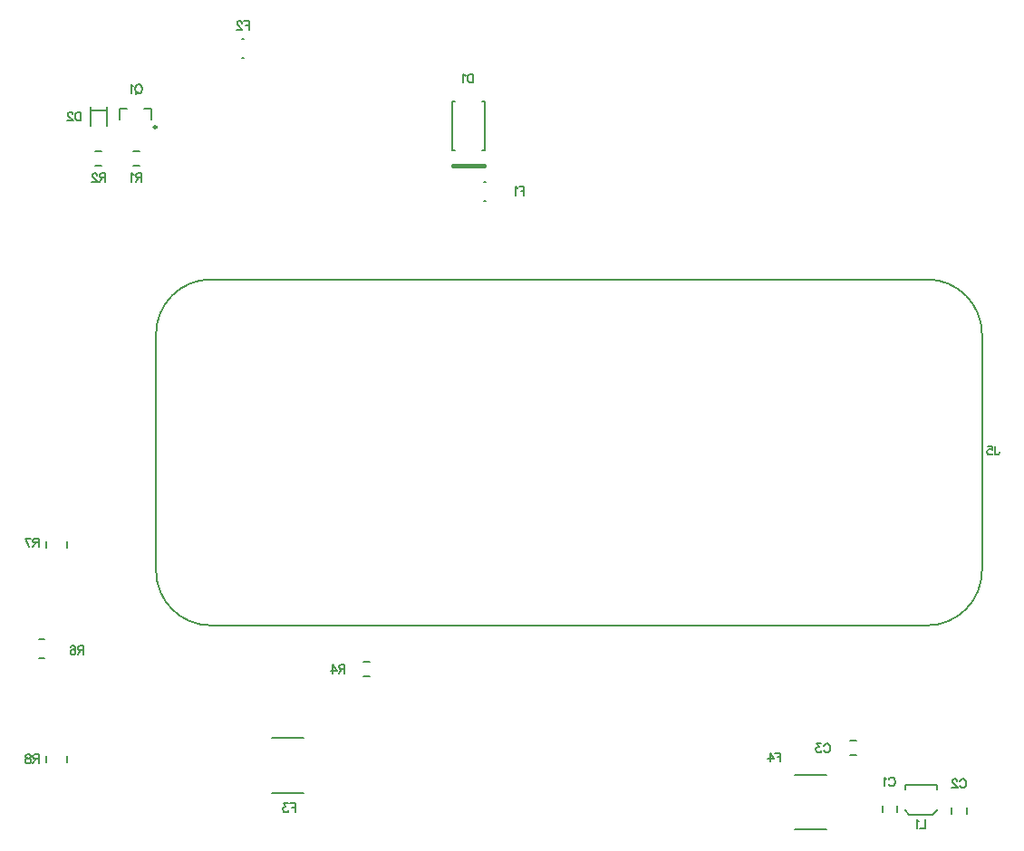
<source format=gbo>
G04*
G04 #@! TF.GenerationSoftware,Altium Limited,Altium Designer,20.0.13 (296)*
G04*
G04 Layer_Color=32896*
%FSLAX25Y25*%
%MOIN*%
G70*
G01*
G75*
%ADD10C,0.00787*%
%ADD11C,0.00500*%
%ADD12C,0.00600*%
%ADD104C,0.00984*%
%ADD105C,0.00800*%
%ADD106C,0.01575*%
D10*
X943028Y483921D02*
X954839D01*
X943028Y504079D02*
X954839D01*
X817095Y733945D02*
Y752055D01*
X828905Y733945D02*
Y752055D01*
X817095D02*
X818079D01*
X817095Y733945D02*
X818079D01*
X827921Y752055D02*
X828905D01*
X827921Y733945D02*
X828905D01*
X750595Y517579D02*
X762405D01*
X750595Y497421D02*
X762405D01*
X706405Y745319D02*
Y749256D01*
X703650D02*
X706405D01*
X694594Y745319D02*
Y749256D01*
X697350D01*
X683949Y742957D02*
Y750043D01*
X690051Y742957D02*
Y750043D01*
X684244Y748862D02*
X689756D01*
D11*
X963300Y516750D02*
X965700D01*
X963300Y511250D02*
X965700D01*
X675300Y508800D02*
Y511200D01*
X667700Y508800D02*
Y511200D01*
Y587800D02*
Y590200D01*
X675300Y587800D02*
Y590200D01*
X784453Y540250D02*
X786854D01*
X784453Y545750D02*
X786854D01*
X685800Y728250D02*
X688200D01*
X685800Y733750D02*
X688200D01*
X699800Y728250D02*
X702200D01*
X699800Y733750D02*
X702200D01*
X1000750Y489800D02*
Y492200D01*
X1006250Y489800D02*
Y492200D01*
X975250Y490300D02*
Y492700D01*
X980750Y490300D02*
Y492700D01*
X995405Y498622D02*
Y500512D01*
X983595D02*
X995405D01*
X983595Y498622D02*
Y500512D01*
Y491063D02*
Y491378D01*
Y491063D02*
X985169Y489488D01*
X993831D01*
X995405Y491063D01*
Y491378D01*
D12*
X708139Y579335D02*
G03*
X728339Y559135I20200J0D01*
G01*
Y686535D02*
G03*
X708139Y666335I0J-20200D01*
G01*
X1011939D02*
G03*
X991739Y686535I-20200J0D01*
G01*
Y559135D02*
G03*
X1011939Y579335I0J20200D01*
G01*
Y666335D01*
X728339Y686535D02*
X991739D01*
X708139Y579335D02*
Y666335D01*
X728339Y559135D02*
X991739D01*
X990970Y487600D02*
Y484400D01*
X989142D01*
X988792Y486990D02*
X988487Y487143D01*
X988030Y487600D01*
Y484400D01*
X953873Y514838D02*
X954026Y515143D01*
X954330Y515447D01*
X954635Y515600D01*
X955244D01*
X955549Y515447D01*
X955854Y515143D01*
X956006Y514838D01*
X956159Y514381D01*
Y513619D01*
X956006Y513162D01*
X955854Y512857D01*
X955549Y512553D01*
X955244Y512400D01*
X954635D01*
X954330Y512553D01*
X954026Y512857D01*
X953873Y513162D01*
X952670Y515600D02*
X950994D01*
X951908Y514381D01*
X951451D01*
X951146Y514228D01*
X950994Y514076D01*
X950842Y513619D01*
Y513314D01*
X950994Y512857D01*
X951299Y512553D01*
X951756Y512400D01*
X952213D01*
X952670Y512553D01*
X952822Y512705D01*
X952974Y513010D01*
X1003873Y501838D02*
X1004026Y502143D01*
X1004330Y502447D01*
X1004635Y502600D01*
X1005244D01*
X1005549Y502447D01*
X1005854Y502143D01*
X1006006Y501838D01*
X1006159Y501381D01*
Y500619D01*
X1006006Y500162D01*
X1005854Y499857D01*
X1005549Y499553D01*
X1005244Y499400D01*
X1004635D01*
X1004330Y499553D01*
X1004026Y499857D01*
X1003873Y500162D01*
X1002822Y501838D02*
Y501990D01*
X1002670Y502295D01*
X1002517Y502447D01*
X1002213Y502600D01*
X1001603D01*
X1001299Y502447D01*
X1001146Y502295D01*
X1000994Y501990D01*
Y501686D01*
X1001146Y501381D01*
X1001451Y500924D01*
X1002974Y499400D01*
X1000842D01*
X977688Y502338D02*
X977840Y502643D01*
X978145Y502947D01*
X978449Y503100D01*
X979059D01*
X979364Y502947D01*
X979668Y502643D01*
X979821Y502338D01*
X979973Y501881D01*
Y501119D01*
X979821Y500662D01*
X979668Y500357D01*
X979364Y500053D01*
X979059Y499900D01*
X978449D01*
X978145Y500053D01*
X977840Y500357D01*
X977688Y500662D01*
X976789Y502490D02*
X976484Y502643D01*
X976027Y503100D01*
Y499900D01*
X1016716Y625100D02*
Y622662D01*
X1016868Y622205D01*
X1017021Y622053D01*
X1017325Y621900D01*
X1017630D01*
X1017935Y622053D01*
X1018087Y622205D01*
X1018239Y622662D01*
Y622967D01*
X1014065Y625100D02*
X1015589D01*
X1015741Y623729D01*
X1015589Y623881D01*
X1015132Y624033D01*
X1014675D01*
X1014217Y623881D01*
X1013913Y623576D01*
X1013760Y623119D01*
Y622814D01*
X1013913Y622357D01*
X1014217Y622053D01*
X1014675Y621900D01*
X1015132D01*
X1015589Y622053D01*
X1015741Y622205D01*
X1015893Y622510D01*
X777567Y544600D02*
Y541400D01*
Y544600D02*
X776196D01*
X775739Y544447D01*
X775587Y544295D01*
X775434Y543990D01*
Y543686D01*
X775587Y543381D01*
X775739Y543228D01*
X776196Y543076D01*
X777567D01*
X776501D02*
X775434Y541400D01*
X773195Y544600D02*
X774718Y542467D01*
X772433D01*
X773195Y544600D02*
Y541400D01*
X689491Y725600D02*
Y722400D01*
Y725600D02*
X688120D01*
X687663Y725447D01*
X687510Y725295D01*
X687358Y724990D01*
Y724686D01*
X687510Y724381D01*
X687663Y724228D01*
X688120Y724076D01*
X689491D01*
X688424D02*
X687358Y722400D01*
X686490Y724838D02*
Y724990D01*
X686337Y725295D01*
X686185Y725447D01*
X685880Y725600D01*
X685271D01*
X684966Y725447D01*
X684814Y725295D01*
X684661Y724990D01*
Y724686D01*
X684814Y724381D01*
X685118Y723924D01*
X686642Y722400D01*
X684509D01*
X702805Y725600D02*
Y722400D01*
Y725600D02*
X701434D01*
X700977Y725447D01*
X700825Y725295D01*
X700672Y724990D01*
Y724686D01*
X700825Y724381D01*
X700977Y724228D01*
X701434Y724076D01*
X702805D01*
X701739D02*
X700672Y722400D01*
X699956Y724990D02*
X699652Y725143D01*
X699195Y725600D01*
Y722400D01*
X702059Y758252D02*
X702363Y758100D01*
X702668Y757795D01*
X702821Y757490D01*
X702973Y757033D01*
Y756272D01*
X702821Y755814D01*
X702668Y755510D01*
X702363Y755205D01*
X702059Y755053D01*
X701449D01*
X701145Y755205D01*
X700840Y755510D01*
X700688Y755814D01*
X700535Y756272D01*
Y757033D01*
X700688Y757490D01*
X700840Y757795D01*
X701145Y758100D01*
X701449Y758252D01*
X702059D01*
X701602Y755662D02*
X700688Y754748D01*
X699789Y757643D02*
X699484Y757795D01*
X699027Y758252D01*
Y755053D01*
X680491Y748100D02*
Y744900D01*
Y748100D02*
X679424D01*
X678967Y747947D01*
X678663Y747643D01*
X678510Y747338D01*
X678358Y746881D01*
Y746119D01*
X678510Y745662D01*
X678663Y745357D01*
X678967Y745053D01*
X679424Y744900D01*
X680491D01*
X677490Y747338D02*
Y747490D01*
X677337Y747795D01*
X677185Y747947D01*
X676880Y748100D01*
X676271D01*
X675966Y747947D01*
X675814Y747795D01*
X675661Y747490D01*
Y747186D01*
X675814Y746881D01*
X676119Y746424D01*
X677642Y744900D01*
X675509D01*
X664991Y511600D02*
Y508400D01*
Y511600D02*
X663620D01*
X663163Y511447D01*
X663010Y511295D01*
X662858Y510990D01*
Y510686D01*
X663010Y510381D01*
X663163Y510228D01*
X663620Y510076D01*
X664991D01*
X663924D02*
X662858Y508400D01*
X661380Y511600D02*
X661837Y511447D01*
X661990Y511143D01*
Y510838D01*
X661837Y510533D01*
X661533Y510381D01*
X660923Y510228D01*
X660466Y510076D01*
X660161Y509771D01*
X660009Y509467D01*
Y509010D01*
X660161Y508705D01*
X660314Y508553D01*
X660771Y508400D01*
X661380D01*
X661837Y508553D01*
X661990Y508705D01*
X662142Y509010D01*
Y509467D01*
X661990Y509771D01*
X661685Y510076D01*
X661228Y510228D01*
X660618Y510381D01*
X660314Y510533D01*
X660161Y510838D01*
Y511143D01*
X660314Y511447D01*
X660771Y511600D01*
X661380D01*
X664991Y591100D02*
Y587900D01*
Y591100D02*
X663620D01*
X663163Y590947D01*
X663010Y590795D01*
X662858Y590490D01*
Y590186D01*
X663010Y589881D01*
X663163Y589728D01*
X663620Y589576D01*
X664991D01*
X663924D02*
X662858Y587900D01*
X660009Y591100D02*
X661533Y587900D01*
X662142Y591100D02*
X660009D01*
X681415Y551600D02*
Y548400D01*
Y551600D02*
X680044D01*
X679587Y551447D01*
X679434Y551295D01*
X679282Y550990D01*
Y550686D01*
X679434Y550381D01*
X679587Y550229D01*
X680044Y550076D01*
X681415D01*
X680348D02*
X679282Y548400D01*
X676738Y551143D02*
X676890Y551447D01*
X677347Y551600D01*
X677652D01*
X678109Y551447D01*
X678413Y550990D01*
X678566Y550229D01*
Y549467D01*
X678413Y548857D01*
X678109Y548553D01*
X677652Y548400D01*
X677499D01*
X677042Y548553D01*
X676738Y548857D01*
X676585Y549314D01*
Y549467D01*
X676738Y549924D01*
X677042Y550229D01*
X677499Y550381D01*
X677652D01*
X678109Y550229D01*
X678413Y549924D01*
X678566Y549467D01*
X759239Y493600D02*
Y490400D01*
Y493600D02*
X757259D01*
X759239Y492076D02*
X758021D01*
X756589Y493600D02*
X754913D01*
X755827Y492381D01*
X755370D01*
X755065Y492229D01*
X754913Y492076D01*
X754761Y491619D01*
Y491314D01*
X754913Y490857D01*
X755218Y490553D01*
X755675Y490400D01*
X756132D01*
X756589Y490553D01*
X756741Y490705D01*
X756893Y491010D01*
X742240Y781600D02*
Y778400D01*
Y781600D02*
X740259D01*
X742240Y780076D02*
X741021D01*
X739741Y780838D02*
Y780990D01*
X739589Y781295D01*
X739436Y781447D01*
X739132Y781600D01*
X738522D01*
X738217Y781447D01*
X738065Y781295D01*
X737913Y780990D01*
Y780686D01*
X738065Y780381D01*
X738370Y779924D01*
X739893Y778400D01*
X737760D01*
X937816Y512100D02*
Y508900D01*
Y512100D02*
X935835D01*
X937816Y510576D02*
X936597D01*
X933946Y512100D02*
X935470Y509967D01*
X933184D01*
X933946Y512100D02*
Y508900D01*
X843554Y720600D02*
Y717400D01*
Y720600D02*
X841573D01*
X843554Y719076D02*
X842335D01*
X841208Y719990D02*
X840903Y720143D01*
X840446Y720600D01*
Y717400D01*
X824805Y762100D02*
Y758900D01*
Y762100D02*
X823739D01*
X823282Y761947D01*
X822977Y761643D01*
X822825Y761338D01*
X822672Y760881D01*
Y760119D01*
X822825Y759662D01*
X822977Y759357D01*
X823282Y759053D01*
X823739Y758900D01*
X824805D01*
X821956Y761490D02*
X821652Y761643D01*
X821195Y762100D01*
Y758900D01*
D104*
X708276Y742563D02*
G03*
X708276Y742563I-492J0D01*
G01*
D105*
X664940Y553950D02*
X667060D01*
X664940Y547050D02*
X667060D01*
X739600Y767957D02*
X740400D01*
X739600Y775043D02*
X740400D01*
X828600Y722543D02*
X829400D01*
X828600Y715457D02*
X829400D01*
D106*
X817252Y728236D02*
X828748D01*
M02*

</source>
